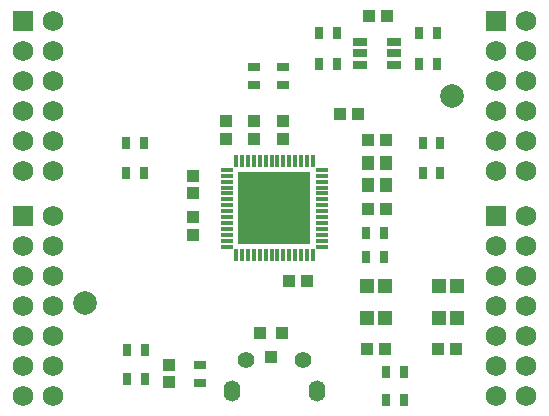
<source format=gbs>
G04*
G04 #@! TF.GenerationSoftware,Altium Limited,Altium Designer,21.4.1 (30)*
G04*
G04 Layer_Color=16711935*
%FSLAX44Y44*%
%MOMM*%
G71*
G04*
G04 #@! TF.SameCoordinates,D9E7D647-E61C-487C-AA5F-480CAE51DE59*
G04*
G04*
G04 #@! TF.FilePolarity,Negative*
G04*
G01*
G75*
%ADD24R,1.0032X1.0032*%
%ADD25R,1.1032X0.8032*%
%ADD29C,2.0000*%
G04:AMPARAMS|DCode=32|XSize=1.4032mm|YSize=1.8032mm|CornerRadius=0.7016mm|HoleSize=0mm|Usage=FLASHONLY|Rotation=180.000|XOffset=0mm|YOffset=0mm|HoleType=Round|Shape=RoundedRectangle|*
%AMROUNDEDRECTD32*
21,1,1.4032,0.4000,0,0,180.0*
21,1,0.0000,1.8032,0,0,180.0*
1,1,1.4032,0.0000,0.2000*
1,1,1.4032,0.0000,0.2000*
1,1,1.4032,0.0000,-0.2000*
1,1,1.4032,0.0000,-0.2000*
%
%ADD32ROUNDEDRECTD32*%
%ADD33C,1.4032*%
%ADD34C,1.7272*%
%ADD35R,1.7272X1.7272*%
%ADD60R,1.0032X1.0032*%
%ADD61R,1.0032X1.1032*%
%ADD62R,0.8032X1.1032*%
%ADD63R,6.2016X6.2016*%
%ADD64R,1.1016X0.4016*%
%ADD65R,0.4016X1.1016*%
%ADD66R,1.2532X0.8032*%
%ADD67R,1.2032X1.1732*%
%ADD68R,1.1032X1.2032*%
D24*
X161100Y27500D02*
D03*
Y42500D02*
D03*
X209100Y248600D02*
D03*
Y233600D02*
D03*
X257100Y233500D02*
D03*
Y248500D02*
D03*
X181100Y187500D02*
D03*
X233100Y233600D02*
D03*
X181100Y167500D02*
D03*
Y152500D02*
D03*
X233100Y248600D02*
D03*
X181100Y202500D02*
D03*
D25*
X187100Y27000D02*
D03*
Y42000D02*
D03*
X257000Y279500D02*
D03*
Y294500D02*
D03*
X233000D02*
D03*
Y279500D02*
D03*
D29*
X400000Y270000D02*
D03*
X90000Y95000D02*
D03*
D32*
X286350Y20100D02*
D03*
X213850D02*
D03*
D33*
X225850Y46600D02*
D03*
X274350D02*
D03*
D34*
X437400Y308500D02*
D03*
X37400D02*
D03*
Y257700D02*
D03*
Y232300D02*
D03*
X62800D02*
D03*
Y257700D02*
D03*
Y283100D02*
D03*
X37400D02*
D03*
X62800Y308500D02*
D03*
Y206900D02*
D03*
X37400D02*
D03*
X62800Y333900D02*
D03*
X37400Y67210D02*
D03*
X62800D02*
D03*
Y92610D02*
D03*
Y118010D02*
D03*
X37400D02*
D03*
X62800Y143410D02*
D03*
X37400D02*
D03*
X62800Y41810D02*
D03*
X37400D02*
D03*
Y16410D02*
D03*
X62800D02*
D03*
X37400Y92610D02*
D03*
X62800Y168810D02*
D03*
X462800Y16410D02*
D03*
X437400D02*
D03*
Y143410D02*
D03*
X462800D02*
D03*
Y92610D02*
D03*
Y67210D02*
D03*
X437400D02*
D03*
Y92610D02*
D03*
X462800Y41810D02*
D03*
X437400D02*
D03*
X462800Y118010D02*
D03*
X437400D02*
D03*
X462800Y168810D02*
D03*
X437400Y206900D02*
D03*
X462800D02*
D03*
Y308500D02*
D03*
X437400Y283100D02*
D03*
X462800Y232300D02*
D03*
X437400D02*
D03*
X462800Y257700D02*
D03*
X437400D02*
D03*
X462800Y283100D02*
D03*
Y333900D02*
D03*
D35*
X37400D02*
D03*
Y168810D02*
D03*
X437400D02*
D03*
Y333900D02*
D03*
D60*
X345000Y337900D02*
D03*
X330000D02*
D03*
X344600Y174000D02*
D03*
X329600D02*
D03*
X277500Y113600D02*
D03*
X329600Y233000D02*
D03*
X344600D02*
D03*
X403600Y56000D02*
D03*
X328600Y56000D02*
D03*
X320600Y255000D02*
D03*
X305600D02*
D03*
X262500Y113600D02*
D03*
X388600Y56000D02*
D03*
X343600Y56000D02*
D03*
D61*
X237500Y69000D02*
D03*
X256500D02*
D03*
X247000Y49000D02*
D03*
D62*
X372600Y323100D02*
D03*
X387600D02*
D03*
X287600Y323000D02*
D03*
X302600D02*
D03*
X302600Y297000D02*
D03*
X287600D02*
D03*
X387800Y296700D02*
D03*
X372800D02*
D03*
X327800Y133900D02*
D03*
X342800D02*
D03*
X327600Y154000D02*
D03*
X342600D02*
D03*
X124600Y205000D02*
D03*
X139600D02*
D03*
X124600Y230000D02*
D03*
X139600D02*
D03*
X375500Y204900D02*
D03*
X390500D02*
D03*
X375600Y230000D02*
D03*
X390600D02*
D03*
X125600Y30000D02*
D03*
X140600D02*
D03*
X125600Y55000D02*
D03*
X140600D02*
D03*
X344600Y13000D02*
D03*
X359600D02*
D03*
X344600Y36000D02*
D03*
X359600D02*
D03*
D63*
X250100Y175000D02*
D03*
D64*
X290100Y207500D02*
D03*
Y202500D02*
D03*
Y197500D02*
D03*
Y192500D02*
D03*
Y187500D02*
D03*
Y182500D02*
D03*
Y177500D02*
D03*
Y172500D02*
D03*
Y167500D02*
D03*
Y162500D02*
D03*
Y157500D02*
D03*
Y152500D02*
D03*
Y147500D02*
D03*
Y142500D02*
D03*
X210100D02*
D03*
Y147500D02*
D03*
Y152500D02*
D03*
Y157500D02*
D03*
Y162500D02*
D03*
Y167500D02*
D03*
Y172500D02*
D03*
Y177500D02*
D03*
Y182500D02*
D03*
Y187500D02*
D03*
Y192500D02*
D03*
Y197500D02*
D03*
Y202500D02*
D03*
Y207500D02*
D03*
D65*
X282600Y135000D02*
D03*
X277600D02*
D03*
X272600D02*
D03*
X267600D02*
D03*
X262600D02*
D03*
X257600D02*
D03*
X252600D02*
D03*
X247600D02*
D03*
X242600D02*
D03*
X237600D02*
D03*
X232600D02*
D03*
X227600D02*
D03*
X222600D02*
D03*
X217600D02*
D03*
Y215000D02*
D03*
X222600D02*
D03*
X227600D02*
D03*
X232600D02*
D03*
X237600D02*
D03*
X242600D02*
D03*
X247600D02*
D03*
X252600D02*
D03*
X257600D02*
D03*
X262600D02*
D03*
X267600D02*
D03*
X272600D02*
D03*
X277600D02*
D03*
X282600D02*
D03*
D66*
X351350Y315600D02*
D03*
X322850Y306100D02*
D03*
Y296600D02*
D03*
X351350D02*
D03*
Y306100D02*
D03*
X322850Y315600D02*
D03*
D67*
X404450Y109000D02*
D03*
X328750D02*
D03*
X404450Y82000D02*
D03*
X328750Y82000D02*
D03*
X389750Y82000D02*
D03*
Y109000D02*
D03*
X343450D02*
D03*
Y82000D02*
D03*
D68*
X329350Y194750D02*
D03*
Y213250D02*
D03*
X344850D02*
D03*
Y194750D02*
D03*
M02*

</source>
